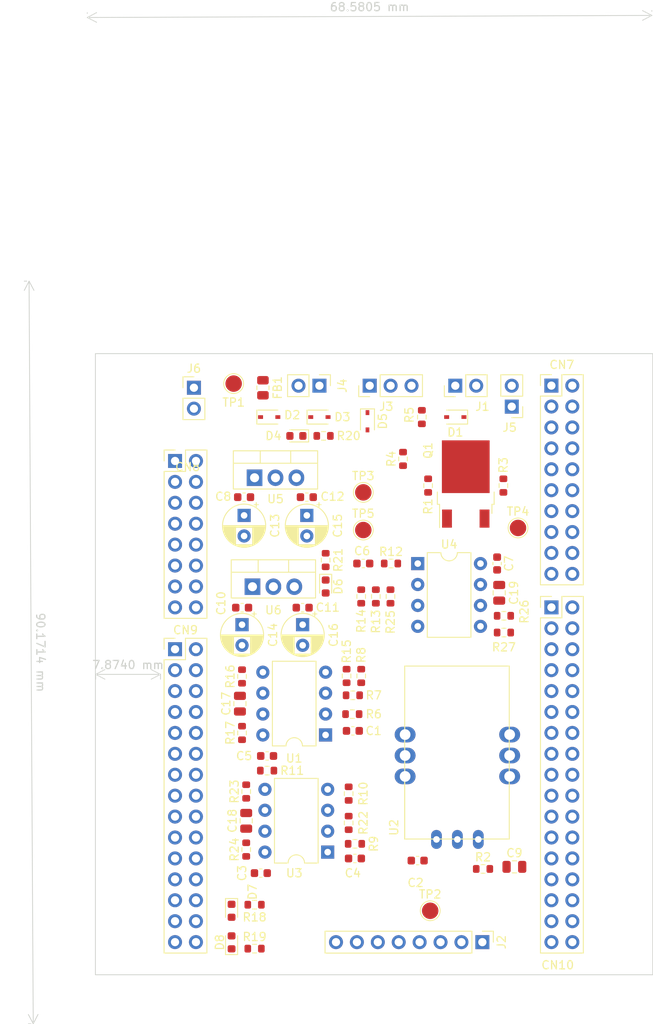
<source format=kicad_pcb>
(kicad_pcb (version 20211014) (generator pcbnew)
  (layers (0 "F.Cu" signal) (31 "B.Cu" signal) (34 "B.Paste" user) (35 "F.Paste" user) (36 "B.SilkS" user "B.Silkscreen") (37 "F.SilkS" user "F.Silkscreen") (38 "B.Mask" user) (39 "F.Mask" user) (44 "Edge.Cuts" user))
  (net 0 "")
  (net 1 "+24V")
  (net 2 "+12V")
  (net 3 "/Sensing/CURRENT_BUFF")
  (net 4 "/Sensing/CURRENT_SENSOR_OUTPUT")
  (net 5 "GND")
  (net 6 "/Sensing/ADC_CURRENT")
  (net 7 "Net-(C1-Pad1)")
  (net 8 "+5V")
  (net 9 "Net-(C4-Pad1)")
  (net 10 "Net-(C6-Pad1)")
  (net 11 "/Connectors/UART1_RX")
  (net 12 "/Connectors/PWM_BRAKE")
  (net 13 "/Sensing/V_SUPPLY_BUFF")
  (net 14 "/Sensing/ADC_V_SUPPLY")
  (net 23 "/Connectors/LED1")
  (net 25 "/Connectors/LED2")
  (net 50 "/Connectors/UART1_TX")
  (net 54 "Net-(D2-Pad1)")
  (net 65 "Net-(D4-Pad1)")
  (net 67 "Net-(D6-Pad1)")
  (net 93 "Net-(D7-Pad1)")
  (net 114 "Net-(D8-Pad1)")
  (net 115 "Net-(FB1-Pad1)")
  (net 116 "/Connectors/TORQUE")
  (net 117 "Net-(J3-Pad2)")
  (net 118 "Net-(Q1-Pad1)")
  (net 119 "Net-(Q1-Pad2)")
  (net 120 "/Sensing/TORQUE_BUFF")
  (net 121 "/Sensing/ADC_TORQUE")
  (net 124 "Net-(D1-Pad1)")
  (net 125 "Net-(R2-Pad1)")
  (net 126 "/Sensing/CURRENT_BUFF_ADC")
  (net 127 "/Sensing/CURRENT_BUFF_IN2-")
  (net 128 "/Sensing/TORQUE_BUFF_ADC")
  (net 129 "/Sensing/TORQUE_BUFF_IN2-")
  (net 130 "/Sensing/VOLTAGE_STEPPER_BUFF_ADC")
  (net 131 "/Sensing/VOLTAGE_STEPPER_BUFF_IN2-")
  (net 132 "Net-(D1-Pad2)")
  (footprint "Capacitor_SMD:C_0603_1608Metric" (layer "F.Cu") (at 159.258 90.424 -90)
    (fp_text reference "C7" (at 0 -1.43 90) (layer "F.SilkS"))
    (fp_text value "0.1u")
    (pad "1" smd roundrect (at -0.775 0 270) (size 0.9 0.95) (layers "F.Cu" "F.Paste" "F.Mask") (net 1 "+24V"))
    (pad "2" smd roundrect (at 0.775 0 270) (size 0.9 0.95) (layers "F.Cu" "F.Paste" "F.Mask") (net 5 "GND"))
  )
  (footprint "Resistor_SMD:R_0603_1608Metric" (layer "F.Cu") (at 160.083 96.774)
    (fp_text reference "R26" (at 2.477 -0.508 90) (layer "F.SilkS"))
    (fp_text value "R")
    (pad "1" smd roundrect (at -0.825 0) (size 0.8 0.95) (layers "F.Cu" "F.Paste" "F.Mask") (net 131 "/Sensing/VOLTAGE_STEPPER_BUFF_IN2-"))
    (pad "2" smd roundrect (at 0.825 0) (size 0.8 0.95) (layers "F.Cu" "F.Paste" "F.Mask") (net 5 "GND"))
  )
  (footprint "Resistor_SMD:R_0805_2012Metric" (layer "F.Cu") (at 130.81 69.088 -90)
    (fp_text reference "FB1" (at 0 -1.778 90) (layer "F.SilkS"))
    (fp_text value "FerriteBead")
    (pad "1" smd roundrect (at -0.9125 0 270) (size 1.025 1.4) (layers "F.Cu" "F.Paste" "F.Mask") (roundrect_rratio 0.243902) (net 115 "Net-(FB1-Pad1)"))
    (pad "2" smd roundrect (at 0.9125 0 270) (size 1.025 1.4) (layers "F.Cu" "F.Paste" "F.Mask") (roundrect_rratio 0.243902) (net 54 "Net-(D2-Pad1)"))
  )
  (footprint "TestPoint:TestPoint_Pad_D2.0mm" (layer "F.Cu") (at 151.13 132.588)
    (fp_text reference "TP2" (at 0 -1.998) (layer "F.SilkS"))
    (fp_text value "TestPoint")
    (pad "1" smd circle (at 0 0) (size 2 2) (layers "F.Cu" "F.Mask") (net 116 "/Connectors/TORQUE"))
  )
  (footprint "Resistor_SMD:R_0603_1608Metric" (layer "F.Cu") (at 150.876 80.963 90)
    (fp_text reference "R1" (at -2.54 0 90) (layer "F.SilkS"))
    (fp_text value "10k")
    (pad "1" smd roundrect (at -0.825 0 90) (size 0.8 0.95) (layers "F.Cu" "F.Paste" "F.Mask") (net 5 "GND"))
    (pad "2" smd roundrect (at 0.825 0 90) (size 0.8 0.95) (layers "F.Cu" "F.Paste" "F.Mask") (net 119 "Net-(Q1-Pad2)"))
  )
  (footprint "Resistor_SMD:R_0603_1608Metric" (layer "F.Cu") (at 146.367 90.424)
    (fp_text reference "R12" (at 0 -1.43) (layer "F.SilkS"))
    (fp_text value "10k")
    (pad "1" smd roundrect (at -0.825 0) (size 0.8 0.95) (layers "F.Cu" "F.Paste" "F.Mask") (net 10 "Net-(C6-Pad1)"))
    (pad "2" smd roundrect (at 0.825 0) (size 0.8 0.95) (layers "F.Cu" "F.Paste" "F.Mask") (net 13 "/Sensing/V_SUPPLY_BUFF"))
  )
  (footprint "TestPoint:TestPoint_Pad_D2.0mm" (layer "F.Cu") (at 143.002 81.788)
    (fp_text reference "TP3" (at 0 -1.998) (layer "F.SilkS"))
    (fp_text value "TestPoint")
    (pad "1" smd circle (at 0 0) (size 2 2) (layers "F.Cu" "F.Mask") (net 2 "+12V"))
  )
  (footprint "Capacitor_THT:CP_Radial_D5.0mm_P2.50mm" (layer "F.Cu") (at 136.144 84.582 -90)
    (fp_text reference "C15" (at 1.25 -3.75 90) (layer "F.SilkS"))
    (fp_text value "0.33u_DNP")
    (pad "1" thru_hole rect (at 0 0 270) (size 1.6 1.6) (drill 0.8) (layers *.Cu *.Mask) (net 2 "+12V"))
    (pad "2" thru_hole circle (at 2.5 0 270) (size 1.6 1.6) (drill 0.8) (layers *.Cu *.Mask) (net 5 "GND"))
  )
  (footprint "LED_SMD:LED_0603_1608Metric" (layer "F.Cu") (at 127 132.588 -90)
    (fp_text reference "D7" (at -2.286 -2.54 90) (layer "F.SilkS"))
    (fp_text value "LED")
    (pad "1" smd roundrect (at -0.7875 0 270) (size 0.875 0.95) (layers "F.Cu" "F.Paste" "F.Mask") (net 93 "Net-(D7-Pad1)"))
    (pad "2" smd roundrect (at 0.7875 0 270) (size 0.875 0.95) (layers "F.Cu" "F.Paste" "F.Mask") (net 23 "/Connectors/LED1"))
  )
  (footprint "Resistor_SMD:R_0603_1608Metric" (layer "F.Cu") (at 128.778 118.11 90)
    (fp_text reference "R23" (at 0 -1.43 90) (layer "F.SilkS"))
    (fp_text value "R")
    (pad "1" smd roundrect (at -0.825 0 90) (size 0.8 0.95) (layers "F.Cu" "F.Paste" "F.Mask") (net 129 "/Sensing/TORQUE_BUFF_IN2-"))
    (pad "2" smd roundrect (at 0.825 0 90) (size 0.8 0.95) (layers "F.Cu" "F.Paste" "F.Mask") (net 5 "GND"))
  )
  (footprint "Resistor_SMD:R_0603_1608Metric" (layer "F.Cu") (at 146.304 94.425 -90)
    (fp_text reference "R25" (at 3.111 0 90) (layer "F.SilkS"))
    (fp_text value "0")
    (pad "1" smd roundrect (at -0.825 0 270) (size 0.8 0.95) (layers "F.Cu" "F.Paste" "F.Mask") (net 13 "/Sensing/V_SUPPLY_BUFF"))
    (pad "2" smd roundrect (at 0.825 0 270) (size 0.8 0.95) (layers "F.Cu" "F.Paste" "F.Mask") (net 1 "+24V"))
  )
  (footprint "Sensing lib:LEM-CAS-6-NP" (layer "F.Cu") (at 154.432 112.776 90)
    (fp_text reference "U2" (at -9.7 -7.7 90 unlocked) (layer "F.SilkS"))
    (fp_text value "LEM-CAS-6NP")
    (pad "1" thru_hole oval (at -11.15 -2.54 90) (size 2.3 1.3) (drill oval 0.8) (layers *.Cu *.Mask) (net 8 "+5V"))
    (pad "2" thru_hole oval (at -11.15 0 90) (size 2.3 1.3) (drill oval 0.8) (layers *.Cu *.Mask) (net 5 "GND"))
    (pad "3" thru_hole oval (at -11.15 2.54 90) (size 2.3 1.3) (drill oval 0.8) (layers *.Cu *.Mask) (net 125 "Net-(R2-Pad1)"))
    (pad "4" thru_hole oval (at -3.5 -6.35 90) (size 1.9 2.54) (drill 1.3) (layers *.Cu *.Mask) (net 1 "+24V"))
    (pad "5" thru_hole oval (at -0.96 -6.35 90) (size 1.9 2.54) (drill 1.3) (layers *.Cu *.Mask) (net 1 "+24V"))
    (pad "6" thru_hole oval (at 1.58 -6.35 90) (size 1.9 2.54) (drill 1.3) (layers *.Cu *.Mask) (net 1 "+24V"))
    (pad "7" thru_hole oval (at -3.5 6.35 90) (size 1.9 2.54) (drill 1.3) (layers *.Cu *.Mask) (net 5 "GND"))
    (pad "8" thru_hole oval (at -0.96 6.35 90) (size 1.9 2.54) (drill 1.3) (layers *.Cu *.Mask) (net 5 "GND"))
    (pad "9" thru_hole oval (at 1.58 6.35 90) (size 1.9 2.54) (drill 1.3) (layers *.Cu *.Mask) (net 5 "GND"))
  )
  (footprint "Resistor_SMD:R_0603_1608Metric" (layer "F.Cu") (at 141.732 106.426 180)
    (fp_text reference "R7" (at -2.54 0) (layer "F.SilkS"))
    (fp_text value "330k")
    (pad "1" smd roundrect (at -0.825 0 180) (size 0.8 0.95) (layers "F.Cu" "F.Paste" "F.Mask") (net 7 "Net-(C1-Pad1)"))
    (pad "2" smd roundrect (at 0.825 0 180) (size 0.8 0.95) (layers "F.Cu" "F.Paste" "F.Mask") (net 6 "/Sensing/ADC_CURRENT"))
  )
  (footprint "Resistor_SMD:R_0603_1608Metric" (layer "F.Cu") (at 129.794 137.1855)
    (fp_text reference "R19" (at 0 -1.43) (layer "F.SilkS"))
    (fp_text value "330")
    (pad "1" smd roundrect (at -0.825 0) (size 0.8 0.95) (layers "F.Cu" "F.Paste" "F.Mask") (net 114 "Net-(D8-Pad1)"))
    (pad "2" smd roundrect (at 0.825 0) (size 0.8 0.95) (layers "F.Cu" "F.Paste" "F.Mask") (net 5 "GND"))
  )
  (footprint "Resistor_SMD:R_0603_1608Metric" (layer "F.Cu") (at 157.546 127.508)
    (fp_text reference "R2" (at 0 -1.43) (layer "F.SilkS"))
    (fp_text value "0")
    (pad "1" smd roundrect (at -0.825 0) (size 0.8 0.95) (layers "F.Cu" "F.Paste" "F.Mask") (net 125 "Net-(R2-Pad1)"))
    (pad "2" smd roundrect (at 0.825 0) (size 0.8 0.95) (layers "F.Cu" "F.Paste" "F.Mask") (net 4 "/Sensing/CURRENT_SENSOR_OUTPUT"))
  )
  (footprint "Resistor_SMD:R_0603_1608Metric" (layer "F.Cu") (at 142.748 104.077 90)
    (fp_text reference "R8" (at 2.54 0 90) (layer "F.SilkS"))
    (fp_text value "620k")
    (pad "1" smd roundrect (at -0.825 0 90) (size 0.8 0.95) (layers "F.Cu" "F.Paste" "F.Mask") (net 6 "/Sensing/ADC_CURRENT"))
    (pad "2" smd roundrect (at 0.825 0 90) (size 0.8 0.95) (layers "F.Cu" "F.Paste" "F.Mask") (net 5 "GND"))
  )
  (footprint "Capacitor_SMD:C_0805_2012Metric" (layer "F.Cu") (at 161.356 127.254)
    (fp_text reference "C9" (at 0 -1.68) (layer "F.SilkS"))
    (fp_text value "DNP")
    (pad "1" smd roundrect (at -0.95 0) (size 1 1.45) (layers "F.Cu" "F.Paste" "F.Mask") (net 4 "/Sensing/CURRENT_SENSOR_OUTPUT"))
    (pad "2" smd roundrect (at 0.95 0) (size 1 1.45) (layers "F.Cu" "F.Paste" "F.Mask") (net 5 "GND"))
  )
  (footprint "Resistor_SMD:R_0603_1608Metric" (layer "F.Cu") (at 141.224 118.364 90)
    (fp_text reference "R10" (at 0 1.778 90) (layer "F.SilkS"))
    (fp_text value "330k")
    (pad "1" smd roundrect (at -0.825 0 90) (size 0.8 0.95) (layers "F.Cu" "F.Paste" "F.Mask") (net 9 "Net-(C4-Pad1)"))
    (pad "2" smd roundrect (at 0.825 0 90) (size 0.8 0.95) (layers "F.Cu" "F.Paste" "F.Mask") (net 121 "/Sensing/ADC_TORQUE"))
  )
  (footprint "Capacitor_SMD:C_0805_2012Metric" (layer "F.Cu") (at 159.512 93.98 -90)
    (fp_text reference "C19" (at 0 -1.778 90) (layer "F.SilkS"))
    (fp_text value "C")
    (pad "1" smd roundrect (at -0.95 0 270) (size 1 1.45) (layers "F.Cu" "F.Paste" "F.Mask") (net 130 "/Sensing/VOLTAGE_STEPPER_BUFF_ADC"))
    (pad "2" smd roundrect (at 0.95 0 270) (size 1 1.45) (layers "F.Cu" "F.Paste" "F.Mask") (net 131 "/Sensing/VOLTAGE_STEPPER_BUFF_IN2-"))
  )
  (footprint "Package_TO_SOT_THT:TO-220-3_Vertical" (layer "F.Cu") (at 129.794 80.01)
    (fp_text reference "U5" (at 2.54 2.588) (layer "F.SilkS"))
    (fp_text value "LM7812_TO220")
    (pad "1" thru_hole rect (at 0 0) (size 1.905 2) (drill 1.1) (layers *.Cu *.Mask) (net 1 "+24V"))
    (pad "2" thru_hole oval (at 2.54 0) (size 1.905 2) (drill 1.1) (layers *.Cu *.Mask) (net 5 "GND"))
    (pad "3" thru_hole oval (at 5.08 0) (size 1.905 2) (drill 1.1) (layers *.Cu *.Mask) (net 2 "+12V"))
  )
  (footprint "Capacitor_SMD:C_0603_1608Metric" (layer "F.Cu") (at 135.636 95.7835)
    (fp_text reference "C11" (at 3.048 -0.0255) (layer "F.SilkS"))
    (fp_text value "0.1u")
    (pad "1" smd roundrect (at -0.775 0) (size 0.9 0.95) (layers "F.Cu" "F.Paste" "F.Mask") (net 8 "+5V"))
    (pad "2" smd roundrect (at 0.775 0) (size 0.9 0.95) (layers "F.Cu" "F.Paste" "F.Mask") (net 5 "GND"))
  )
  (footprint "TestPoint:TestPoint_Pad_D2.0mm" (layer "F.Cu") (at 143.002 86.36)
    (fp_text reference "TP5" (at 0 -1.998) (layer "F.SilkS"))
    (fp_text value "TestPoint")
    (pad "1" smd circle (at 0 0) (size 2 2) (layers "F.Cu" "F.Mask") (net 8 "+5V"))
  )
  (footprint "Connector_PinHeader_2.54mm:PinHeader_2x17_P2.54mm_Vertical" (layer "F.Cu") (at 165.857 95.753)
    (fp_text reference "CN10" (at 0.762 43.434) (layer "F.SilkS"))
    (fp_text value "Conn_02x17_Odd_Even")
    (pad "1" thru_hole rect locked (at 0 0) (size 1.7 1.7) (drill 1) (layers *.Cu *.Mask))
    (pad "2" thru_hole oval locked (at 2.54 0) (size 1.7 1.7) (drill 1) (layers *.Cu *.Mask))
    (pad "3" thru_hole oval locked (at 0 2.54) (size 1.7 1.7) (drill 1) (layers *.Cu *.Mask))
    (pad "4" thru_hole oval locked (at 2.54 2.54) (size 1.7 1.7) (drill 1) (layers *.Cu *.Mask))
    (pad "5" thru_hole oval locked (at 0 5.08) (size 1.7 1.7) (drill 1) (layers *.Cu *.Mask))
    (pad "6" thru_hole oval locked (at 2.54 5.08) (size 1.7 1.7) (drill 1) (layers *.Cu *.Mask))
    (pad "7" thru_hole oval locked (at 0 7.62) (size 1.7 1.7) (drill 1) (layers *.Cu *.Mask))
    (pad "8" thru_hole oval locked (at 2.54 7.62) (size 1.7 1.7) (drill 1) (layers *.Cu *.Mask))
    (pad "9" thru_hole oval locked (at 0 10.16) (size 1.7 1.7) (drill 1) (layers *.Cu *.Mask))
    (pad "10" thru_hole oval locked (at 2.54 10.16) (size 1.7 1.7) (drill 1) (layers *.Cu *.Mask))
    (pad "11" thru_hole oval locked (at 0 12.7) (size 1.7 1.7) (drill 1) (layers *.Cu *.Mask))
    (pad "12" thru_hole oval locked (at 2.54 12.7) (size 1.7 1.7) (drill 1) (layers *.Cu *.Mask))
    (pad "13" thru_hole oval locked (at 0 15.24) (size 1.7 1.7) (drill 1) (layers *.Cu *.Mask))
    (pad "14" thru_hole oval locked (at 2.54 15.24) (size 1.7 1.7) (drill 1) (layers *.Cu *.Mask) (net 50 "/Connectors/UART1_TX"))
    (pad "15" thru_hole oval locked (at 0 17.78) (size 1.7 1.7) (drill 1) (layers *.Cu *.Mask))
    (pad "16" thru_hole oval locked (at 2.54 17.78) (size 1.7 1.7) (drill 1) (layers *.Cu *.Mask))
    (pad "17" thru_hole oval locked (at 0 20.32) (size 1.7 1.7) (drill 1) (layers *.Cu *.Mask))
    (pad "18" thru_hole oval locked (at 2.54 20.32) (size 1.7 1.7) (drill 1) (layers *.Cu *.Mask))
    (pad "19" thru_hole oval locked (at 0 22.86) (size 1.7 1.7) (drill 1) (layers *.Cu *.Mask))
    (pad "20" thru_hole oval locked (at 2.54 22.86) (size 1.7 1.7) (drill 1) (layers *.Cu *.Mask))
    (pad "21" thru_hole oval locked (at 0 25.4) (size 1.7 1.7) (drill 1) (layers *.Cu *.Mask))
    (pad "22" thru_hole oval locked (at 2.54 25.4) (size 1.7 1.7) (drill 1) (layers *.Cu *.Mask))
    (pad "23" thru_hole oval locked (at 0 27.94) (size 1.7 1.7) (drill 1) (layers *.Cu *.Mask))
    (pad "24" thru_hole oval locked (at 2.54 27.94) (size 1.7 1.7) (drill 1) (layers *.Cu *.Mask))
    (pad "25" thru_hole oval locked (at 0 30.48) (size 1.7 1.7) (drill 1) (layers *.Cu *.Mask))
    (pad "26" thru_hole oval locked (at 2.54 30.48) (size 1.7 1.7) (drill 1) (layers *.Cu *.Mask))
    (pad "27" thru_hole oval locked (at 0 33.02) (size 1.7 1.7) (drill 1) (layers *.Cu *.Mask))
    (pad "28" thru_hole oval locked (at 2.54 33.02) (size 1.7 1.7) (drill 1) (layers *.Cu *.Mask))
    (pad "29" thru_hole oval locked (at 0 35.56) (size 1.7 1.7) (drill 1) (layers *.Cu *.Mask))
    (pad "30" thru_hole oval locked (at 2.54 35.56) (size 1.7 1.7) (drill 1) (layers *.Cu *.Mask))
    (pad "31" thru_hole oval locked (at 0 38.1) (size 1.7 1.7) (drill 1) (layers *.Cu *.Mask))
    (pad "32" thru_hole oval locked (at 2.54 38.1) (size 1.7 1.7) (drill 1) (layers *.Cu *.Mask))
    (pad "33" thru_hole oval locked (at 0 40.64) (size 1.7 1.7) (drill 1) (layers *.Cu *.Mask))
    (pad "34" thru_hole oval locked (at 2.54 40.64) (size 1.7 1.7) (drill 1) (layers *.Cu *.Mask))
  )
  (footprint "Package_TO_SOT_THT:TO-220-3_Vertical" (layer "F.Cu") (at 129.54 93.2435)
    (fp_text reference "U6" (at 2.54 2.842) (layer "F.SilkS"))
    (fp_text value "L7805")
    (pad "1" thru_hole rect (at 0 0) (size 1.905 2) (drill 1.1) (layers *.Cu *.Mask) (net 2 "+12V"))
    (pad "2" thru_hole oval (at 2.54 0) (size 1.905 2) (drill 1.1) (layers *.Cu *.Mask) (net 5 "GND"))
    (pad "3" thru_hole oval (at 5.08 0) (size 1.905 2) (drill 1.1) (layers *.Cu *.Mask) (net 8 "+5V"))
  )
  (footprint "Resistor_SMD:R_0603_1608Metric" (layer "F.Cu") (at 131.318 115.57)
    (fp_text reference "R11" (at 3.048 0) (layer "F.SilkS"))
    (fp_text value "620k")
    (pad "1" smd roundrect (at -0.825 0) (size 0.8 0.95) (layers "F.Cu" "F.Paste" "F.Mask") (net 121 "/Sensing/ADC_TORQUE"))
    (pad "2" smd roundrect (at 0.825 0) (size 0.8 0.95) (layers "F.Cu" "F.Paste" "F.Mask") (net 5 "GND"))
  )
  (footprint "LED_SMD:LED_0603_1608Metric" (layer "F.Cu") (at 134.874 74.93 180)
    (fp_text reference "D4" (at 2.794 0) (layer "F.SilkS"))
    (fp_text value "LED_RED")
    (pad "1" smd roundrect (at -0.7875 0 180) (size 0.875 0.95) (layers "F.Cu" "F.Paste" "F.Mask") (net 65 "Net-(D4-Pad1)"))
    (pad "2" smd roundrect (at 0.7875 0 180) (size 0.875 0.95) (layers "F.Cu" "F.Paste" "F.Mask") (net 1 "+24V"))
  )
  (footprint "Resistor_SMD:R_0603_1608Metric" (layer "F.Cu") (at 141.986 124.46 180)
    (fp_text reference "R9" (at -2.286 0 90) (layer "F.SilkS"))
    (fp_text value "10k")
    (pad "1" smd roundrect (at -0.825 0 180) (size 0.8 0.95) (layers "F.Cu" "F.Paste" "F.Mask") (net 9 "Net-(C4-Pad1)"))
    (pad "2" smd roundrect (at 0.825 0 180) (size 0.8 0.95) (layers "F.Cu" "F.Paste" "F.Mask") (net 120 "/Sensing/TORQUE_BUFF"))
  )
  (footprint "Package_DIP:DIP-8_W7.62mm" (layer "F.Cu") (at 149.616 90.434)
    (fp_text reference "U4" (at 3.81 -2.33) (layer "F.SilkS"))
    (fp_text value "LM358P")
    (pad "1" thru_hole rect (at 0 0) (size 1.6 1.6) (drill 0.8) (layers *.Cu *.Mask) (net 13 "/Sensing/V_SUPPLY_BUFF"))
    (pad "2" thru_hole oval (at 0 2.54) (size 1.6 1.6) (drill 0.8) (layers *.Cu *.Mask) (net 13 "/Sensing/V_SUPPLY_BUFF"))
    (pad "3" thru_hole oval (at 0 5.08) (size 1.6 1.6) (drill 0.8) (layers *.Cu *.Mask) (net 1 "+24V"))
    (pad "4" thru_hole oval (at 0 7.62) (size 1.6 1.6) (drill 0.8) (layers *.Cu *.Mask) (net 5 "GND"))
    (pad "5" thru_hole oval (at 7.62 7.62) (size 1.6 1.6) (drill 0.8) (layers *.Cu *.Mask) (net 14 "/Sensing/ADC_V_SUPPLY"))
    (pad "6" thru_hole oval (at 7.62 5.08) (size 1.6 1.6) (drill 0.8) (layers *.Cu *.Mask) (net 131 "/Sensing/VOLTAGE_STEPPER_BUFF_IN2-"))
    (pad "7" thru_hole oval (at 7.62 2.54) (size 1.6 1.6) (drill 0.8) (layers *.Cu *.Mask) (net 130 "/Sensing/VOLTAGE_STEPPER_BUFF_ADC"))
    (pad "8" thru_hole oval (at 7.62 0) (size 1.6 1.6) (drill 0.8) (layers *.Cu *.Mask) (net 1 "+24V"))
  )
  (footprint "Connector_PinHeader_2.54mm:PinHeader_1x08_P2.54mm_Vertical" (layer "F.Cu") (at 157.465 136.398 -90)
    (fp_text reference "J2" (at 0 -2.33 90) (layer "F.SilkS"))
    (fp_text value "Conn_01x08")
    (pad "1" thru_hole rect (at 0 0 270) (size 1.7 1.7) (drill 1) (layers *.Cu *.Mask) (net 2 "+12V"))
    (pad "2" thru_hole oval (at 0 2.54 270) (size 1.7 1.7) (drill 1) (layers *.Cu *.Mask) (net 2 "+12V"))
    (pad "3" thru_hole oval (at 0 5.08 270) (size 1.7 1.7) (drill 1) (layers *.Cu *.Mask) (net 116 "/Connectors/TORQUE"))
    (pad "4" thru_hole oval (at 0 7.62 270) (size 1.7 1.7) (drill 1) (layers *.Cu *.Mask) (net 116 "/Connectors/TORQUE"))
    (pad "5" thru_hole oval (at 0 10.16 270) (size 1.7 1.7) (drill 1) (layers *.Cu *.Mask) (net 5 "GND"))
    (pad "6" thru_hole oval (at 0 12.7 270) (size 1.7 1.7) (drill 1) (layers *.Cu *.Mask) (net 5 "GND"))
    (pad "7" thru_hole oval (at 0 15.24 270) (size 1.7 1.7) (drill 1) (layers *.Cu *.Mask))
    (pad "8" thru_hole oval (at 0 17.78 270) (size 1.7 1.7) (drill 1) (layers *.Cu *.Mask))
  )
  (footprint "Connector_PinHeader_2.54mm:PinHeader_1x02_P2.54mm_Vertical" (layer "F.Cu") (at 137.673 68.834 -90)
    (fp_text reference "J4" (at 0 -2.789 90) (layer "F.SilkS"))
    (fp_text value "Conn_01x02")
    (pad "1" thru_hole rect (at 0 0 270) (size 1.7 1.7) (drill 1) (layers *.Cu *.Mask) (net 5 "GND"))
    (pad "2" thru_hole oval (at 0 2.54 270) (size 1.7 1.7) (drill 1) (layers *.Cu *.Mask) (net 115 "Net-(FB1-Pad1)"))
  )
  (footprint "Capacitor_SMD:C_0805_2012Metric" (layer "F.Cu") (at 128.016 107.442 90)
    (fp_text reference "C17" (at 0 -1.68 90) (layer "F.SilkS"))
    (fp_text value "C")
    (pad "1" smd roundrect (at -0.95 0 90) (size 1 1.45) (layers "F.Cu" "F.Paste" "F.Mask") (net 126 "/Sensing/CURRENT_BUFF_ADC"))
    (pad "2" smd roundrect (at 0.95 0 90) (size 1 1.45) (layers "F.Cu" "F.Paste" "F.Mask") (net 127 "/Sensing/CURRENT_BUFF_IN2-"))
  )
  (footprint "LED_SMD:LED_0603_1608Metric" (layer "F.Cu") (at 127 136.4235 90)
    (fp_text reference "D8" (at 0 -1.43 90) (layer "F.SilkS"))
    (fp_text value "LED")
    (pad "1" smd roundrect (at -0.7875 0 90) (size 0.875 0.95) (layers "F.Cu" "F.Paste" "F.Mask") (net 114 "Net-(D8-Pad1)"))
    (pad "2" smd roundrect (at 0.7875 0 90) (size 0.875 0.95) (layers "F.Cu" "F.Paste" "F.Mask") (net 25 "/Connectors/LED2"))
  )
  (footprint "Resistor_SMD:R_0603_1608Metric" (layer "F.Cu") (at 150.114 72.644 90)
    (fp_text reference "R5" (at 0.254 -1.524 90) (layer "F.SilkS"))
    (fp_text value "0")
    (pad "1" smd roundrect (at -0.825 0 90) (size 0.8 0.95) (layers "F.Cu" "F.Paste" "F.Mask") (net 124 "Net-(D1-Pad1)"))
    (pad "2" smd roundrect (at 0.825 0 90) (size 0.8 0.95) (layers "F.Cu" "F.Paste" "F.Mask") (net 117 "Net-(J3-Pad2)"))
  )
  (footprint "Resistor_SMD:R_0603_1608Metric" (layer "F.Cu") (at 138.43 90.0045 90)
    (fp_text reference "R21" (at 0 1.524 90) (layer "F.SilkS"))
    (fp_text value "1k")
    (pad "1" smd roundrect (at -0.825 0 90) (size 0.8 0.95) (layers "F.Cu" "F.Paste" "F.Mask") (net 67 "Net-(D6-Pad1)"))
    (pad "2" smd roundrect (at 0.825 0 90) (size 0.8 0.95) (layers "F.Cu" "F.Paste" "F.Mask") (net 5 "GND"))
  )
  (footprint "Resistor_SMD:R_0603_1608Metric" (layer "F.Cu") (at 138.176 74.93)
    (fp_text reference "R20" (at 3.048 0) (layer "F.SilkS"))
    (fp_text value "5k1")
    (pad "1" smd roundrect (at -0.825 0) (size 0.8 0.95) (layers "F.Cu" "F.Paste" "F.Mask") (net 65 "Net-(D4-Pad1)"))
    (pad "2" smd roundrect (at 0.825 0) (size 0.8 0.95) (layers "F.Cu" "F.Paste" "F.Mask") (net 5 "GND"))
  )
  (footprint "Diode_SMD:D_SOD-323" (layer "F.Cu") (at 154.178 72.644 180)
    (fp_text reference "D1" (at 0 -1.85) (layer "F.SilkS"))
    (fp_text value "DIODE")
    (pad "1" smd rect (at -1.05 0 180) (size 0.6 0.45) (layers "F.Cu" "F.Paste" "F.Mask") (net 124 "Net-(D1-Pad1)"))
    (pad "2" smd rect (at 1.05 0 180) (size 0.6 0.45) (layers "F.Cu" "F.Paste" "F.Mask") (net 132 "Net-(D1-Pad2)"))
  )
  (footprint "Resistor_SMD:R_0603_1608Metric" (layer "F.Cu") (at 128.27 104.14 90)
    (fp_text reference "R16" (at 0 -1.43 90) (layer "F.SilkS"))
    (fp_text value "R")
    (pad "1" smd roundrect (at -0.825 0 90) (size 0.8 0.95) (layers "F.Cu" "F.Paste" "F.Mask") (net 127 "/Sensing/CURRENT_BUFF_IN2-"))
    (pad "2" smd roundrect (at 0.825 0 90) (size 0.8 0.95) (layers "F.Cu" "F.Paste" "F.Mask") (net 5 "GND"))
  )
  (footprint "Connector_PinHeader_2.54mm:PinHeader_2x15_P2.54mm_Vertical" (layer "F.Cu") (at 120.132 100.833)
    (fp_text reference "CN9" (at 1.27 -2.33) (layer "F.SilkS"))
    (fp_text value "Conn_02x15_Odd_Even")
    (pad "1" thru_hole rect locked (at 0 0) (size 1.7 1.7) (drill 1) (layers *.Cu *.Mask) (net 126 "/Sensing/CURRENT_BUFF_ADC"))
    (pad "2" thru_hole oval locked (at 2.54 0) (size 1.7 1.7) (drill 1) (layers *.Cu *.Mask))
    (pad "3" thru_hole oval locked (at 0 2.54) (size 1.7 1.7) (drill 1) (layers *.Cu *.Mask))
    (pad "4" thru_hole oval locked (at 2.54 2.54) (size 1.7 1.7) (drill 1) (layers *.Cu *.Mask))
    (pad "5" thru_hole oval locked (at 0 5.08) (size 1.7 1.7) (drill 1) (layers *.Cu *.Mask) (net 128 "/Sensing/TORQUE_BUFF_ADC"))
    (pad "6" thru_hole oval locked (at 2.54 5.08) (size 1.7 1.7) (drill 1) (layers *.Cu *.Mask))
    (pad "7" thru_hole oval locked (at 0 7.62) (size 1.7 1.7) (drill 1) (layers *.Cu *.Mask))
    (pad "8" thru_hole oval locked (at 2.54 7.62) (size 1.7 1.7) (drill 1) (layers *.Cu *.Mask))
    (pad "9" thru_hole oval locked (at 0 10.16) (size 1.7 1.7) (drill 1) (layers *.Cu *.Mask))
    (pad "10" thru_hole oval locked (at 2.54 10.16) (size 1.7 1.7) (drill 1) (layers *.Cu *.Mask))
    (pad "11" thru_hole oval locked (at 0 12.7) (size 1.7 1.7) (drill 1) (layers *.Cu *.Mask))
    (pad "12" thru_hole oval locked (at 2.54 12.7) (size 1.7 1.7) (drill 1) (layers *.Cu *.Mask))
    (pad "13" thru_hole oval locked (at 0 15.24) (size 1.7 1.7) (drill 1) (layers *.Cu *.Mask))
    (pad "14" thru_hole oval locked (at 2.54 15.24) (size 1.7 1.7) (drill 1) (layers *.Cu *.Mask))
    (pad "15" thru_hole oval locked (at 0 17.78) (size 1.7 1.7) (drill 1) (layers *.Cu *.Mask))
    (pad "16" thru_hole oval locked (at 2.54 17.78) (size 1.7 1.7) (drill 1) (layers *.Cu *.Mask) (net 23 "/Connectors/LED1"))
    (pad "17" thru_hole oval locked (at 0 20.32) (size 1.7 1.7) (drill 1) (layers *.Cu *.Mask))
    (pad "18" thru_hole oval locked (at 2.54 20.32) (size 1.7 1.7) (drill 1) (layers *.Cu *.Mask) (net 25 "/Connectors/LED2"))
    (pad "19" thru_hole oval locked (at 0 22.86) (size 1.7 1.7) (drill 1) (layers *.Cu *.Mask))
    (pad "20" thru_hole oval locked (at 2.54 22.86) (size 1.7 1.7) (drill 1) (layers *.Cu *.Mask))
    (pad "21" thru_hole oval locked (at 0 25.4) (size 1.7 1.7) (drill 1) (layers *.Cu *.Mask))
    (pad "22" thru_hole oval locked (at 2.54 25.4) (size 1.7 1.7) (drill 1) (layers *.Cu *.Mask))
    (pad "23" thru_hole oval locked (at 0 27.94) (size 1.7 1.7) (drill 1) (layers *.Cu *.Mask))
    (pad "24" thru_hole oval locked (at 2.54 27.94) (size 1.7 1.7) (drill 1) (layers *.Cu *.Mask))
    (pad "25" thru_hole oval locked (at 0 30.48) (size 1.7 1.7) (drill 1) (layers *.Cu *.Mask))
    (pad "26" thru_hole oval locked (at 2.54 30.48) (size 1.7 1.7) (drill 1) (layers *.Cu *.Mask))
    (pad "27" thru_hole oval locked (at 0 33.02) (size 1.7 1.7) (drill 1) (layers *.Cu *.Mask))
    (pad "28" thru_hole oval locked (at 2.54 33.02) (size 1.7 1.7) (drill 1) (layers *.Cu *.Mask))
    (pad "29" thru_hole oval locked (at 0 35.56) (size 1.7 1.7) (drill 1) (layers *.Cu *.Mask))
    (pad "30" thru_hole oval locked (at 2.54 35.56) (size 1.7 1.7) (drill 1) (layers *.Cu *.Mask))
  )
  (footprint "Capacitor_THT:CP_Radial_D5.0mm_P2.50mm" (layer "F.Cu") (at 135.636 97.854888 -90)
    (fp_text reference "C16" (at 1.25 -3.75 90) (layer "F.SilkS"))
    (fp_text value "0.1u_DNP")
    (pad "1" thru_hole rect (at 0 0 270) (size 1.6 1.6) (drill 0.8) (layers *.Cu *.Mask) (net 8 "+5V"))
    (pad "2" thru_hole circle (at 2.5 0 270) (size 1.6 1.6) (drill 0.8) (layers *.Cu *.Mask) (net 5 "GND"))
  )
  (footprint "TestPoint:TestPoint_Pad_D2.0mm" (layer "F.Cu") (at 127.254 68.58)
    (fp_text reference "TP1" (at 0 2.286) (layer "F.SilkS"))
    (fp_text value "TestPoint")
    (pad "1" smd circle (at 0 0) (size 2 2) (layers "F.Cu" "F.Mask") (net 1 "+24V"))
  )
  (footprint "Capacitor_THT:CP_Radial_D5.0mm_P2.50mm" (layer "F.Cu") (at 128.27 97.854888 -90)
    (fp_text reference "C14" (at 1.25 -3.75 90) (layer "F.SilkS"))
    (fp_text value "0.1u_DNP")
    (pad "1" thru_hole rect (at 0 0 270) (size 1.6 1.6) (drill 0.8) (layers *.Cu *.Mask) (net 2 "+12V"))
    (pad "2" thru_hole circle (at 2.5 0 270) (size 1.6 1.6) (drill 0.8) (layers *.Cu *.Mask) (net 5 "GND"))
  )
  (footprint "Connector_PinHeader_2.54mm:PinHeader_2x08_P2.54mm_Vertical" (layer "F.Cu") (at 120.137 77.973)
    (fp_text reference "CN8" (at 1.524 0.723) (layer "F.SilkS"))
    (fp_text value "Conn_02x08_Odd_Even")
    (pad "1" thru_hole rect locked (at 0 0) (size 1.7 1.7) (drill 1) (layers *.Cu *.Mask))
    (pad "2" thru_hole oval locked (at 2.54 0) (size 1.7 1.7) (drill 1) (layers *.Cu *.Mask))
    (pad "3" thru_hole oval locked (at 0 2.54) (size 1.7 1.7) (drill 1) (layers *.Cu *.Mask))
    (pad "4" thru_hole oval locked (at 2.54 2.54) (size 1.7 1.7) (drill 1) (layers *.Cu *.Mask))
    (pad "5" thru_hole oval locked (at 0 5.08) (size 1.7 1.7) (drill 1) (layers *.Cu *.Mask))
    (pad "6" thru_hole oval locked (at 2.54 5.08) (size 1.7 1.7) (drill 1) (layers *.Cu *.Mask))
    (pad "7" thru_hole oval locked (at 0 7.62) (size 1.7 1.7) (drill 1) (layers *.Cu *.Mask))
    (pad "8" thru_hole oval locked (at 2.54 7.62) (size 1.7 1.7) (drill 1) (layers *.Cu *.Mask))
    (pad "9" thru_hole oval locked (at 0 10.16) (size 1.7 1.7) (drill 1) (layers *.Cu *.Mask))
    (pad "10" thru_hole oval locked (at 2.54 10.16) (size 1.7 1.7) (drill 1) (layers *.Cu *.Mask))
    (pad "11" thru_hole oval locked (at 0 12.7) (size 1.7 1.7) (drill 1) (layers *.Cu *.Mask))
    (pad "12" thru_hole oval locked (at 2.54 12.7) (size 1.7 1.7) (drill 1) (layers *.Cu *.Mask))
    (pad "13" thru_hole oval locked (at 0 15.24) (size 1.7 1.7) (drill 1) (layers *.Cu *.Mask))
    (pad "14" thru_hole oval locked (at 2.54 15.24) (size 1.7 1.7) (drill 1) (layers *.Cu *.Mask))
    (pad "15" thru_hole oval locked (at 0 17.78) (size 1.7 1.7) (drill 1) (layers *.Cu *.Mask))
    (pad "16" thru_hole oval locked (at 2.54 17.78) (size 1.7 1.7) (drill 1) (layers *.Cu *.Mask))
  )
  (footprint "Diode_SMD:D_SOD-323" (layer "F.Cu") (at 131.572 72.644)
    (fp_text reference "D2" (at 2.794 -0.254) (layer "F.SilkS"))
    (fp_text value "DIODE")
    (pad "1" smd rect (at -1.05 0) (size 0.6 0.45) (layers "F.Cu" "F.Paste" "F.Mask") (net 54 "Net-(D2-Pad1)"))
    (pad "2" smd rect (at 1.05 0) (size 0.6 0.45) (layers "F.Cu" "F.Paste" "F.Mask") (net 1 "+24V"))
  )
  (footprint "Package_TO_SOT_SMD:TO-252-2" (layer "F.Cu") (at 155.448 80.772 90)
    (fp_text reference "Q1" (at 4.064 -4.572 90) (layer "F.SilkS"))
    (fp_text value "Q_NMOS_DGS")
    (pad "1" smd rect (at -4.2 -2.28 90) (size 2.2 1.2) (layers "F.Cu" "F.Paste" "F.Mask") (net 118 "Net-(Q1-Pad1)"))
    (pad "2" smd rect (at 2.1 0 90) (size 6.4 5.8) (layers "F.Cu" "F.Mask") (net 119 "Net-(Q1-Pad2)"))
    (pad "3" smd rect (at -4.2 2.28 90) (size 2.2 1.2) (layers "F.Cu" "F.Paste" "F.Mask") (net 5 "GND"))
  )
  (footprint "Resistor_SMD:R_0603_1608Metric" (layer "F.Cu") (at 140.97 104.077 90)
    (fp_text reference "R15" (at 2.985 0 90) (layer "F.SilkS"))
    (fp_text value "0")
    (pad "1" smd roundrect (at -0.825 0 90) (size 0.8 0.95) (layers "F.Cu" "F.Paste" "F.Mask") (net 4 "/Sensing/CURRENT_SENSOR_OUTPUT"))
    (pad "2" smd roundrect (at 0.825 0 90) (size 0.8 0.95) (layers "F.Cu" "F.Paste" "F.Mask") (net 3 "/Sensing/CURRENT_BUFF"))
  )
  (footprint "Resistor_SMD:R_0603_1608Metric" (layer "F.Cu") (at 141.224 121.92 90)
    (fp_text reference "R22" (at 0 1.778 90) (layer "F.SilkS"))
    (fp_text value "0")
    (pad "1" smd roundrect (at -0.825 0 90) (size 0.8 0.95) (layers "F.Cu" "F.Paste" "F.Mask") (net 120 "/Sensing/TORQUE_BUFF"))
    (pad "2" smd roundrect (at 0.825 0 90) (size 0.8 0.95) (layers "F.Cu" "F.Paste" "F.Mask") (net 116 "/Connectors/TORQUE"))
  )
  (footprint "Resistor_SMD:R_0603_1608Metric" (layer "F.Cu") (at 142.748 94.425 -90)
    (fp_text reference "R14" (at 2.985 0 -270) (layer "F.SilkS"))
    (fp_text value "100k")
    (pad "1" smd roundrect (at -0.825 0 270) (size 0.8 0.95) (layers "F.Cu" "F.Paste" "F.Mask") (net 14 "/Sensing/ADC_V_SUPPLY"))
    (pad "2" smd roundrect (at 0.825 0 270) (size 0.8 0.95) (layers "F.Cu" "F.Paste" "F.Mask") (net 5 "GND"))
  )
  (footprint "Capacitor_SMD:C_0603_1608Metric" (layer "F.Cu") (at 131.318 113.792)
    (fp_text reference "C5" (at -2.794 0) (layer "F.SilkS"))
    (fp_text value "0.1u")
    (pad "1" smd roundrect (at -0.775 0) (size 0.9 0.95) (layers "F.Cu" "F.Paste" "F.Mask") (net 8 "+5V"))
    (pad "2" smd roundrect (at 0.775 0) (size 0.9 0.95) (layers "F.Cu" "F.Paste" "F.Mask") (net 5 "GND"))
  )
  (footprint "Resistor_SMD:R_0603_1608Metric" (layer "F.Cu") (at 144.526 94.425 90)
    (fp_text reference "R13" (at -3.048 0 90) (layer "F.SilkS"))
    (fp_text value "620k")
    (pad "1" smd roundrect (at -0.825 0 90) (size 0.8 0.95) (layers "F.Cu" "F.Paste" "F.Mask") (net 10 "Net-(C6-Pad1)"))
    (pad "2" smd roundrect (at 0.825 0 90) (size 0.8 0.95) (layers "F.Cu" "F.Paste" "F.Mask") (net 14 "/Sensing/ADC_V_SUPPLY"))
  )
  (footprint "Connector_PinHeader_2.54mm:PinHeader_2x10_P2.54mm_Vertical" (layer "F.Cu") (at 165.852 68.824)
    (fp_text reference "CN7" (at 1.27 -2.53) (layer "F.SilkS"))
    (fp_text value "Conn_02x10_Odd_Even")
    (pad "1" thru_hole rect locked (at 0 0) (size 1.7 1.7) (drill 1) (layers *.Cu *.Mask))
    (pad "2" thru_hole oval locked (at 2.54 0) (size 1.7 1.7) (drill 1) (layers *.Cu *.Mask))
    (pad "3" thru_hole oval locked (at 0 2.54) (size 1.7 1.7) (drill 1) (layers *.Cu *.Mask) (net 11 "/Connectors/UART1_RX"))
    (pad "4" thru_hole oval locked (at 2.54 2.54) (size 1.7 1.7) (drill 1) (layers *.Cu *.Mask))
    (pad "5" thru_hole oval locked (at 0 5.08) (size 1.7 1.7) (drill 1) (layers *.Cu *.Mask))
    (pad "6" thru_hole oval locked (at 2.54 5.08) (size 1.7 1.7) (drill 1) (layers *.Cu *.Mask))
    (pad "7" thru_hole oval locked (at 0 7.62) (size 1.7 1.7) (drill 1) (layers *.Cu *.Mask))
    (pad "8" thru_hole oval locked (at 2.54 7.62) (size 1.7 1.7) (drill 1) (layers *.Cu *.Mask))
    (pad "9" thru_hole oval locked (at 0 10.16) (size 1.7 1.7) (drill 1) (layers *.Cu *.Mask))
    (pad "10" thru_hole oval locked (at 2.54 10.16) (size 1.7 1.7) (drill 1) (layers *.Cu *.Mask) (net 130 "/Sensing/VOLTAGE_STEPPER_BUFF_ADC"))
    (pad "11" thru_hole oval locked (at 0 12.7) (size 1.7 1.7) (drill 1) (layers *.Cu *.Mask))
    (pad "12" thru_hole oval locked (at 2.54 12.7) (size 1.7 1.7) (drill 1) (layers *.Cu *.Mask) (net 12 "/Connectors/PWM_BRAKE"))
    (pad "13" thru_hole oval locked (at 0 15.24) (size 1.7 1.7) (drill 1) (layers *.Cu *.Mask))
    (pad "14" thru_hole oval locked (at 2.54 15.24) (size 1.7 1.7) (drill 1) (layers *.Cu *.Mask))
    (pad "15" thru_hole oval locked (at 0 17.78) (size 1.7 1.7) (drill 1) (layers *.Cu *.Mask))
    (pad "16" thru_hole oval locked (at 2.54 17.78) (size 1.7 1.7) (drill 1) (layers *.Cu *.Mask))
    (pad "17" thru_hole oval locked (at 0 20.32) (size 1.7 1.7) (drill 1) (layers *.Cu *.Mask))
    (pad "18" thru_hole oval locked (at 2.54 20.32) (size 1.7 1.7) (drill 1) (layers *.Cu *.Mask))
    (pad "19" thru_hole oval locked (at 0 22.86) (size 1.7 1.7) (drill 1) (layers *.Cu *.Mask))
    (pad "20" thru_hole oval locked (at 2.54 22.86) (size 1.7 1.7) (drill 1) (layers *.Cu *.Mask))
  )
  (footprint "Resistor_SMD:R_0603_1608Metric" (layer "F.Cu") (at 128.778 125.159 90)
    (fp_text reference "R24" (at 0 -1.43 90) (layer "F.SilkS"))
    (fp_text value "R")
    (pad "1" smd roundrect (at -0.825 0 90) (size 0.8 0.95) (layers "F.Cu" "F.Paste" "F.Mask") (net 129 "/Sensing/TORQUE_BUFF_IN2-"))
    (pad "2" smd roundrect (at 0.825 0 90) (size 0.8 0.95) (layers "F.Cu" "F.Paste" "F.Mask") (net 128 "/Sensing/TORQUE_BUFF_ADC"))
  )
  (footprint "Capacitor_SMD:C_0603_1608Metric" (layer "F.Cu") (at 128.524 82.367)
    (fp_text reference "C8" (at -2.54 -0.071) (layer "F.SilkS"))
    (fp_text value "0.33u")
    (pad "1" smd roundrect (at -0.775 0) (size 0.9 0.95) (layers "F.Cu" "F.Paste" "F.Mask") (net 1 "+24V"))
    (pad "2" smd roundrect (at 0.775 0) (size 0.9 0.95) (layers "F.Cu" "F.Paste" "F.Mask") (net 5 "GND"))
  )
  (footprint "Connector_PinHeader_2.54mm:PinHeader_1x02_P2.54mm_Vertical" (layer "F.Cu") (at 122.428 69.083)
    (fp_text reference "J6" (at 0 -2.33) (layer "F.SilkS"))
    (fp_text value "Stepper supply")
    (pad "1" thru_hole rect (at 0 0) (size 1.7 1.7) (drill 1) (layers *.Cu *.Mask) (net 1 "+24V"))
    (pad "2" thru_hole oval (at 0 2.54) (size 1.7 1.7) (drill 1) (layers *.Cu *.Mask) (net 5 "GND"))
  )
  (footprint "Capacitor_THT:CP_Radial_D5.0mm_P2.50mm" (layer "F.Cu") (at 128.524 84.582 -90)
    (fp_text reference "C13" (at 1.25 -3.75 90) (layer "F.SilkS"))
    (fp_text value "0.33u_DNP")
    (pad "1" thru_hole rect (at 0 0 270) (size 1.6 1.6) (drill 0.8) (layers *.Cu *.Mask) (net 1 "+24V"))
    (pad "2" thru_hole circle (at 2.5 0 270) (size 1.6 1.6) (drill 0.8) (layers *.Cu *.Mask) (net 5 "GND"))
  )
  (footprint "Package_DIP:DIP-8_W7.62mm" (layer "F.Cu") (at 138.674 125.466 180)
    (fp_text reference "U3" (at 4.054 -2.55) (layer "F.SilkS"))
    (fp_text value "LM358P")
    (pad "1" thru_hole rect (at 0 0 180) (size 1.6 1.6) (drill 0.8) (layers *.Cu *.Mask) (net 120 "/Sensing/TORQUE_BUFF"))
    (pad "2" thru_hole oval (at 0 2.54 180) (size 1.6 1.6) (drill 0.8) (layers *.Cu *.Mask) (net 120 "/Sensing/TORQUE_BUFF"))
    (pad "3" thru_hole oval (at 0 5.08 180) (size 1.6 1.6) (drill 0.8) (layers *.Cu *.Mask) (net 116 "/Connectors/TORQUE"))
    (pad "4" thru_hole oval (at 0 7.62 180) (size 1.6 1.6) (drill 0.8) (layers *.Cu *.Mask) (net 5 "GND"))
    (pad "5" thru_hole oval (at 7.62 7.62 180) (size 1.6 1.6) (drill 0.8) (layers *.Cu *.Mask) (net 121 "/Sensing/ADC_TORQUE"))
    (pad "6" thru_hole oval (at 7.62 5.08 180) (size 1.6 1.6) (drill 0.8) (layers *.Cu *.Mask) (net 129 "/Sensing/TORQUE_BUFF_IN2-"))
    (pad "7" thru_hole oval (at 7.62 2.54 180) (size 1.6 1.6) (drill 0.8) (layers *.Cu *.Mask) (net 128 "/Sensing/TORQUE_BUFF_ADC"))
    (pad "8" thru_hole oval (at 7.62 0 180) (size 1.6 1.6) (drill 0.8) (layers *.Cu *.Mask) (net 8 "+5V"))
  )
  (footprint "Diode_SMD:D_SOD-323" (layer "F.Cu") (at 137.668 72.644)
    (fp_text reference "D3" (at 2.794 0) (layer "F.SilkS"))
    (fp_text value "D_Zener")
    (pad "1" smd rect (at -1.05 0) (size 0.6 0.45) (layers "F.Cu" "F.Paste" "F.Mask") (net 1 "+24V"))
    (pad "2" smd rect (at 1.05 0) (size 0.6 0.45) (layers "F.Cu" "F.Paste" "F.Mask") (net 5 "GND"))
  )
  (footprint "Resistor_SMD:R_0603_1608Metric" (layer "F.Cu") (at 147.828 77.724 90)
    (fp_text reference "R4" (at 0 -1.43 90) (layer "F.SilkS"))
    (fp_text value "0")
    (pad "1" smd roundrect (at -0.825 0 90) (size 0.8 0.95) (layers "F.Cu" "F.Paste" "F.Mask") (net 118 "Net-(Q1-Pad1)"))
    (pad "2" smd roundrect (at 0.825 0 90) (size 0.8 0.95) (layers "F.Cu" "F.Paste" "F.Mask") (net 124 "Net-(D1-Pad1)"))
  )
  (footprint "Resistor_SMD:R_0603_1608Metric" (layer "F.Cu") (at 141.669 108.712 180)
    (fp_text reference "R6" (at -2.603 0) (layer "F.SilkS"))
    (fp_text value "10k")
    (pad "1" smd roundrect (at -0.825 0 180) (size 0.8 0.95) (layers "F.Cu" "F.Paste" "F.Mask") (net 7 "Net-(C1-Pad1)"))
    (pad "2" smd roundrect (at 0.825 0 180) (size 0.8 0.95) (layers "F.Cu" "F.Paste" "F.Mask") (net 3 "/Sensing/CURRENT_BUFF"))
  )
  (footprint "Capacitor_SMD:C_0603_1608Metric" (layer "F.Cu") (at 136.144 82.367)
    (fp_text reference "C12" (at 3.118 -0.071) (layer "F.SilkS"))
    (fp_text value "0.1u")
    (pad "1" smd roundrect (at -0.775 0) (size 0.9 0.95) (layers "F.Cu" "F.Paste" "F.Mask") (net 2 "+12V"))
    (pad "2" smd roundrect (at 0.775 0) (size 0.9 0.95) (layers "F.Cu" "F.Paste" "F.Mask") (net 5 "GND"))
  )
  (footprint "Capacitor_SMD:C_0603_1608Metric" (layer "F.Cu") (at 130.556 128.016 180)
    (fp_text reference "C3" (at 2.286 0 90) (layer "F.SilkS"))
    (fp_text value "0.1u")
    (pad "1" smd roundrect (at -0.775 0 180) (size 0.9 0.95) (layers "F.Cu" "F.Paste" "F.Mask") (net 8 "+5V"))
    (pad "2" smd roundrect (at 0.775 0 180) (size 0.9 0.95) (layers "F.Cu" "F.Paste" "F.Mask") (net 5 "GND"))
  )
  (footprint "Capacitor_SMD:C_0603_1608Metric" (layer "F.Cu") (at 141.732 110.744 180)
    (fp_text reference "C1" (at -2.527 0) (layer "F.SilkS"))
    (fp_text value "100n")
    (pad "1" smd roundrect (at -0.775 0 180) (size 0.9 0.95) (layers "F.Cu" "F.Paste" "F.Mask") (net 7 "Net-(C1-Pad1)"))
    (pad "2" smd roundrect (at 0.775 0 180) (size 0.9 0.95) (layers "F.Cu" "F.Paste" "F.Mask") (net 5 "GND"))
  )
  (footprint "Package_DIP:DIP-8_W7.62mm" (layer "F.Cu") (at 138.42 111.242 180)
    (fp_text reference "U1" (at 3.81 -2.838) (layer "F.SilkS"))
    (fp_text value "LM358P")
    (pad "1" thru_hole rect (at 0 0 180) (size 1.6 1.6) (drill 0.8) (layers *.Cu *.Mask) (net 3 "/Sensing/CURRENT_BUFF"))
    (pad "2" thru_hole oval (at 0 2.54 180) (size 1.6 1.6) (drill 0.8) (layers *.Cu *.Mask) (net 3 "/Sensing/CURRENT_BUFF"))
    (pad "3" thru_hole oval (at 0 5.08 180) (size 1.6 1.6) (drill 0.8) (layers *.Cu *.Mask) (net 4 "/Sensing/CURRENT_SENSOR_OUTPUT"))
    (pad "4" thru_hole oval (at 0 7.62 180) (size 1.6 1.6) (drill 0.8) (layers *.Cu *.Mask) (net 5 "GND"))
    (pad "5" thru_hole oval (at 7.62 7.62 180) (size 1.6 1.6) (drill 0.8) (layers *.Cu *.Mask) (net 6 "/Sensing/ADC_CURRENT"))
    (pad "6" thru_hole oval (at 7.62 5.08 180) (size 1.6 1.6) (drill 0.8) (layers *.Cu *.Mask) (net 127 "/Sensing/CURRENT_BUFF_IN2-"))
    (pad "7" thru_hole oval (at 7.62 2.54 180) (size 1.6 1.6) (drill 0.8) (layers *.Cu *.Mask) (net 126 "/Sensing/CURRENT_BUFF_ADC"))
    (pad "8" thru_hole oval (at 7.62 0 180) (size 1.6 1.6) (drill 0.8) (layers *.Cu *.Mask) (net 8 "+5V"))
  )
  (footprint "Resistor_SMD:R_0603_1608Metric" (layer "F.Cu") (at 160.083 98.806)
    (fp_text reference "R27" (at 0 1.778) (layer "F.SilkS"))
    (fp_text value "R")
    (pad "1" smd roundrect (at -0.825 0) (size 0.8 0.95) (layers "F.Cu" "F.Paste" "F.Mask") (net 131 "/Sensing/VOLTAGE_STEPPER_BUFF_IN2-"))
    (pad "2" smd roundrect (at 0.825 0) (size 0.8 0.95) (layers "F.Cu" "F.Paste" "F.Mask") (net 130 "/Sensing/VOLTAGE_STEPPER_BUFF_ADC"))
  )
  (footprint "Capacitor_SMD:C_0603_1608Metric" (layer "F.Cu") (at 128.283 95.7835)
    (fp_text reference "C10" (at -2.553 -0.5335 90) (layer "F.SilkS"))
    (fp_text value "0.33u")
    (pad "1" smd roundrect (at -0.775 0) (size 0.9 0.95) (layers "F.Cu" "F.Paste" "F.Mask") (net 2 "+12V"))
    (pad "2" smd roundrect (at 0.775 0) (size 0.9 0.95) (layers "F.Cu" "F.Paste" "F.Mask") (net 5 "GND"))
  )
  (footprint "Connector_PinHeader_2.54mm:PinHeader_1x02_P2.54mm_Vertical" (layer "F.Cu") (at 161.036 71.379 180)
    (fp_text reference "J5" (at 0.254 -2.535) (layer "F.SilkS"))
    (fp_text value "UART Connector")
    (pad "1" thru_hole rect (at 0 0 180) (size 1.7 1.7) (drill 1) (layers *.Cu *.Mask) (net 50 "/Connectors/UART1_TX"))
    (pad "2" thru_hole oval (at 0 2.54 180) (size 1.7 1.7) (drill 1) (layers *.Cu *.Mask) (net 11 "/Connectors/UART1_RX"))
  )
  (footprint "Capacitor_SMD:C_0603_1608Metric" (layer "F.Cu") (at 141.986 126.238 180)
    (fp_text reference "C4" (at 0.254 -1.778) (layer "F.SilkS"))
    (fp_text value "100n")
    (pad "1" smd roundrect (at -0.775 0 180) (size 0.9 0.95) (layers "F.Cu" "F.Paste" "F.Mask") (net 9 "Net-(C4-Pad1)"))
    (pad "2" smd roundrect (at 0.775 0 180) (size 0.9 0.95) (layers "F.Cu" "F.Paste" "F.Mask") (net 5 "GND"))
  )
  (footprint "Capacitor_SMD:C_0603_1608Metric" (layer "F.Cu") (at 149.606 126.492 180)
    (fp_text reference "C2" (at 0.254 -2.7) (layer "F.SilkS"))
    (fp_text value "0.1u")
    (pad "1" smd roundrect (at -0.775 0 180) (size 0.9 0.95) (layers "F.Cu" "F.Paste" "F.Mask") (net 8 "+5V"))
    (pad "2" smd roundrect (at 0.775 0 180) (size 0.9 0.95) (layers "F.Cu" "F.Paste" "F.Mask") (net 5 "GND"))
  )
  (footprint "Diode_SMD:D_SOD-323" (layer "F.Cu") (at 143.51 73.152 -90)
    (fp_text reference "D5" (at 0 -1.85 90) (layer "F.SilkS"))
    (fp_text value "DIODE")
    (pad "1" smd rect (at -1.05 0 270) (size 0.6 0.45) (layers "F.Cu" "F.Paste" "F.Mask") (net 1 "+24V"))
    (pad "2" smd rect (at 1.05 0 270) (size 0.6 0.45) (layers "F.Cu" "F.Paste" "F.Mask") (net 132 "Net-(D1-Pad2)"))
  )
  (footprint "Capacitor_SMD:C_0805_2012Metric" (layer "F.Cu") (at 128.778 121.666 90)
    (fp_text reference "C18" (at 0 -1.68 90) (layer "F.SilkS"))
    (fp_text value "C")
    (pad "1" smd roundrect (at -0.95 0 90) (size 1 1.45) (layers "F.Cu" "F.Paste" "F.Mask") (net 128 "/Sensing/TORQUE_BUFF_ADC"))
    (pad "2" smd roundrect (at 0.95 0 90) (size 1 1.45) (layers "F.Cu" "F.Paste" "F.Mask") (net 129 "/Sensing/TORQUE_BUFF_IN2-"))
  )
  (footprint "LED_SMD:LED_0603_1608Metric" (layer "F.Cu") (at 138.43 93.218 -90)
    (fp_text reference "D6" (at 0 -1.524 90) (layer "F.SilkS"))
    (fp_text value "LED_GREEN")
    (pad "1" smd roundrect (at -0.7875 0 270) (size 0.875 0.95) (layers "F.Cu" "F.Paste" "F.Mask") (net 67 "Net-(D6-Pad1)"))
    (pad "2" smd roundrect (at 0.7875 0 270) (size 0.875 0.95) (layers "F.Cu" "F.Paste" "F.Mask") (net 8 "+5V"))
  )
  (footprint "Connector_PinHeader_2.54mm:PinHeader_1x02_P2.54mm_Vertical" (layer "F.Cu") (at 154.178 68.834 90)
    (fp_text reference "J1" (at -2.54 3.302 180) (layer "F.SilkS"))
    (fp_text value "Brake connector")
    (pad "1" thru_hole rect (at 0 0 90) (size 1.7 1.7) (drill 1) (layers *.Cu *.Mask) (net 132 "Net-(D1-Pad2)"))
    (pad "2" thru_hole oval (at 0 2.54 90) (size 1.7 1.7) (drill 1) (layers *.Cu *.Mask) (net 124 "Net-(D1-Pad1)"))
  )
  (footprint "Connector_PinHeader_2.54mm:PinHeader_1x03_P2.54mm_Vertical" (layer "F.Cu") (at 143.779 68.834 90)
    (fp_text reference "J3" (at -2.54 2.017 180) (layer "F.SilkS"))
    (fp_text value "PWM module connector")
    (pad "1" thru_hole rect (at 0 0 90) (size 1.7 1.7) (drill 1) (layers *.Cu *.Mask) (net 1 "+24V"))
    (pad "2" thru_hole oval (at 0 2.54 90) (size 1.7 1.7) (drill 1) (layers *.Cu *.Mask) (net 117 "Net-(J3-Pad2)"))
    (pad "3" thru_hole oval (at 0 5.08 90) (size 1.7 1.7) (drill 1) (layers *.Cu *.Mask) (net 5 "GND"))
  )
  (footprint "Capacitor_SMD:C_0603_1608Metric" (layer "F.Cu") (at 143.002 90.424 180)
    (fp_text reference "C6" (at 0.14058 1.524) (layer "F.SilkS"))
    (fp_text value "100n")
    (pad "1" smd roundrect (at -0.775 0 180) (size 0.9 0.95) (layers "F.Cu" "F.Paste" "F.Mask") (net 10 "Net-(C6-Pad1)"))
    (pad "2" smd roundrect (at 0.775 0 180) (size 0.9 0.95) (layers "F.Cu" "F.Paste" "F.Mask") (net 5 "GND"))
  )
  (footprint "Resistor_SMD:R_0603_1608Metric" (layer "F.Cu") (at 129.794 131.8515)
    (fp_text reference "R18" (at 0 1.524) (layer "F.SilkS"))
    (fp_text value "510")
    (pad "1" smd roundrect (at -0.825 0) (size 0.8 0.95) (layers "F.Cu" "F.Paste" "F.Mask") (net 93 "Net-(D7-Pad1)"))
    (pad "2" smd roundrect (at 0.825 0) (size 0.8 0.95) (layers "F.Cu" "F.Paste" "F.Mask") (net 5 "GND"))
  )
  (footprint "TestPoint:TestPoint_Pad_D2.0mm" (layer "F.Cu") (at 161.798 86.106)
    (fp_text reference "TP4" (at 0 -1.998) (layer "F.SilkS"))
    (fp_text value "TestPoint")
    (pad "1" smd circle (at 0 0) (size 2 2) (layers "F.Cu" "F.Mask") (net 12 "/Connectors/PWM_BRAKE"))
  )
  (footprint "Resistor_SMD:R_0603_1608Metric" (layer "F.Cu") (at 160.02 80.963 90)
    (fp_text reference "R3" (at 2.477 0 90) (layer "F.SilkS"))
    (fp_text value "47")
    (pad "1" smd roundrect (at -0.825 0 90) (size 0.8 0.95) (layers "F.Cu" "F.Paste" "F.Mask") (net 12 "/Connectors/PWM_BRAKE"))
    (pad "2" smd roundrect (at 0.825 0 90) (size 0.8 0.95) (layers "F.Cu" "F.Paste" "F.Mask") (net 119 "Net-(Q1-Pad2)"))
  )
  (footprint "Resistor_SMD:R_0603_1608Metric" (layer "F.Cu") (at 128.27 110.998 90)
    (fp_text reference "R17" (at 0 -1.43 90) (layer "F.SilkS"))
    (fp_text value "R")
    (pad "1" smd roundrect (at -0.825 0 90) (size 0.8 0.95) (layers "F.Cu" "F.Paste" "F.Mask") (net 127 "/Sensing/CURRENT_BUFF_IN2-"))
    (pad "2" smd roundrect (at 0.825 0 90) (size 0.8 0.95) (layers "F.Cu" "F.Paste" "F.Mask") (net 126 "/Sensing/CURRENT_BUFF_ADC"))
  )
  (gr_rect (start 110.46 64.942) (end 178.166 140.358) (layer "Edge.Cuts") (width 0.1) (fill none))
  (dimension (type aligned) (layer "Edge.Cuts") (pts (xy 109.474 24.13) (xy 178.054 23.876)) (height 0) (gr_text "68.5805 mm" (at 143.759741 22.853008 0.2122056205) (layer "Edge.Cuts") (effects (font (size 1 1) (thickness 0.15)))) (format (units 3) (units_format 1) (precision 4)) (style (thickness 0.1) (arrow_length 1.27) (text_position_mode 0) (extension_height 0.58642) (extension_offset 0.5) keep_text_aligned))
  (dimension (type aligned) (layer "Edge.Cuts") (pts (xy 103.124 146.304) (xy 102.616 56.134)) (height -0.215413) (gr_text "90.1714 mm" (at 103.804572 101.213735 -89.67721029) (layer "Edge.Cuts") (effects (font (size 1 1) (thickness 0.15)))) (format (units 3) (units_format 1) (precision 4)) (style (thickness 0.1) (arrow_length 1.27) (text_position_mode 0) (extension_height 0.58642) (extension_offset 0.5) keep_text_aligned))
  (dimension (type aligned) (layer "Edge.Cuts") (pts (xy 118.364 103.378) (xy 110.49 103.378)) (height -0.508) (gr_text "7.8740 mm" (at 114.427 102.736) (layer "Edge.Cuts") (effects (font (size 1 1) (thickness 0.15)))) (format (units 3) (units_format 1) (precision 4)) (style (thickness 0.1) (arrow_length 1.27) (text_position_mode 0) (extension_height 0.58642) (extension_offset 0.5) keep_text_aligned))
)
</source>
